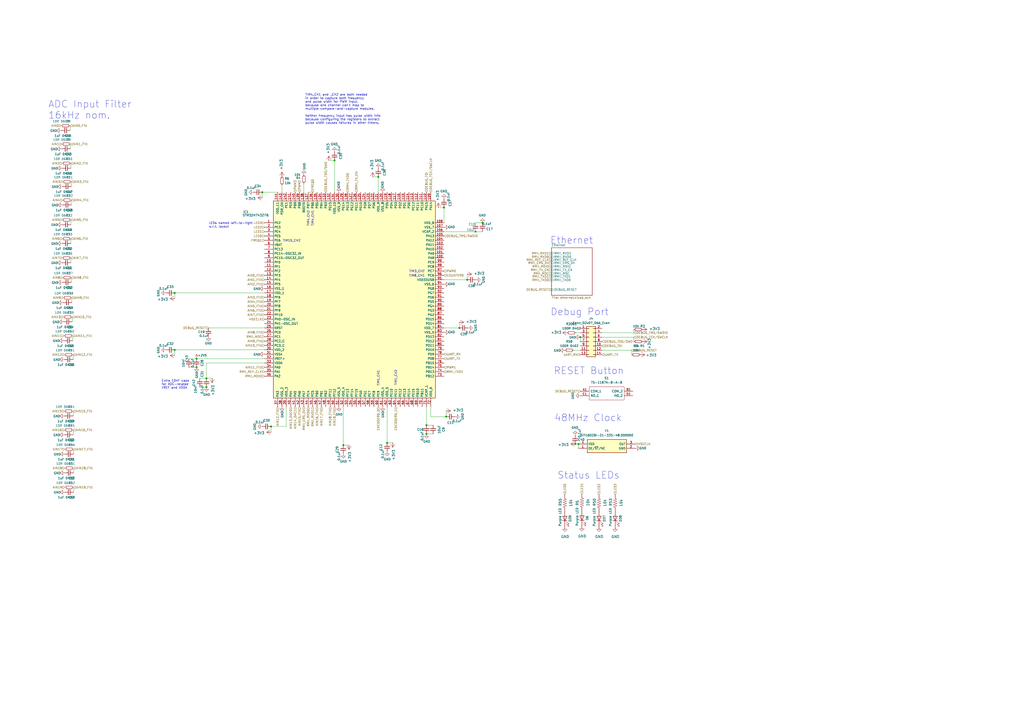
<source format=kicad_sch>
(kicad_sch (version 20231120) (generator "eeschema") (generator_version "8.0")
  (paper "A2")
  (junction (at 266.446 190.246))
  (junction (at 258.826 241.681))
  (junction (at 333.756 257.556))
  (junction (at 275.844 134.366))
  (junction (at 336.55 195.58))
  (junction (at 247.396 246.634))
  (junction (at 194.056 93.091))
  (junction (at 271.018 162.306))
  (junction (at 335.534 257.556))
  (junction (at 152.146 111.506))
  (junction (at 247.396 251.714))
  (junction (at 101.346 202.946))
  (junction (at 114.046 213.106))
  (junction (at 119.761 224.536))
  (junction (at 257.556 120.396))
  (junction (at 199.136 258.191))
  (junction (at 224.536 256.921))
  (junction (at 219.456 102.616))
  (junction (at 119.761 219.456))
  (junction (at 157.226 247.396))
  (junction (at 279.908 129.286))
  (junction (at 101.346 169.926))
  (junction (at 114.046 208.026))
  (wire (pts (xy 366.395 203.2) (xy 366.395 205.74)))
  (wire (pts (xy 161.036 111.506) (xy 152.146 111.506)))
  (wire (pts (xy 247.396 246.634) (xy 251.206 246.634)))
  (wire (pts (xy 367.665 191.135) (xy 367.665 193.04)))
  (wire (pts (xy 349.25 203.2) (xy 366.395 203.2)))
  (wire (pts (xy 257.556 162.306) (xy 271.018 162.306)))
  (wire (pts (xy 41.91 183.896) (xy 41.91 186.69)))
  (wire (pts (xy 367.665 195.58) (xy 367.665 198.12)))
  (wire (pts (xy 101.346 202.946) (xy 153.416 202.946)))
  (wire (pts (xy 42.672 282.702) (xy 42.672 285.496)))
  (wire (pts (xy 257.556 190.246) (xy 266.446 190.246)))
  (wire (pts (xy 247.396 235.966) (xy 247.396 246.634)))
  (wire (pts (xy 41.402 105.41) (xy 41.402 108.204)))
  (wire (pts (xy 40.64 72.898) (xy 40.64 75.692)))
  (wire (pts (xy 332.74 203.2) (xy 336.55 203.2)))
  (wire (pts (xy 349.25 193.04) (xy 367.665 193.04)))
  (wire (pts (xy 166.116 247.396) (xy 157.226 247.396)))
  (wire (pts (xy 42.418 238.506) (xy 42.418 241.3)))
  (wire (pts (xy 199.136 258.191) (xy 202.438 258.191)))
  (wire (pts (xy 41.402 161.036) (xy 41.402 163.83)))
  (wire (pts (xy 119.761 210.566) (xy 153.416 210.566)))
  (wire (pts (xy 42.418 249.428) (xy 42.418 252.222)))
  (wire (pts (xy 109.601 213.106) (xy 114.046 213.106)))
  (wire (pts (xy 271.018 162.306) (xy 271.018 159.004)))
  (wire (pts (xy 101.346 169.926) (xy 153.416 169.926)))
  (wire (pts (xy 41.148 127.508) (xy 41.148 130.302)))
  (wire (pts (xy 257.556 134.366) (xy 275.844 134.366)))
  (wire (pts (xy 42.164 194.818) (xy 42.164 197.612)))
  (wire (pts (xy 120.904 190.246) (xy 153.416 190.246)))
  (wire (pts (xy 41.148 94.742) (xy 41.148 97.536)))
  (wire (pts (xy 115.951 219.456) (xy 119.761 219.456)))
  (wire (pts (xy 266.446 190.246) (xy 266.446 186.944)))
  (wire (pts (xy 41.148 138.43) (xy 41.148 141.224)))
  (wire (pts (xy 152.146 111.506) (xy 152.146 114.808)))
  (wire (pts (xy 333.629 257.556) (xy 333.756 257.556)))
  (wire (pts (xy 163.576 107.442) (xy 163.576 111.506)))
  (wire (pts (xy 247.396 251.714) (xy 251.206 251.714)))
  (wire (pts (xy 333.756 257.556) (xy 335.534 257.556)))
  (wire (pts (xy 336.55 195.58) (xy 336.55 198.12)))
  (wire (pts (xy 119.761 210.566) (xy 119.761 219.456)))
  (wire (pts (xy 109.601 208.026) (xy 114.046 208.026)))
  (wire (pts (xy 101.346 169.926) (xy 101.346 173.228)))
  (wire (pts (xy 194.056 93.091) (xy 190.754 93.091)))
  (wire (pts (xy 249.936 235.966) (xy 249.936 241.681)))
  (wire (pts (xy 157.226 247.396) (xy 157.226 250.698)))
  (wire (pts (xy 279.908 134.366) (xy 275.844 134.366)))
  (wire (pts (xy 166.116 235.966) (xy 166.116 247.396)))
  (wire (pts (xy 199.136 235.966) (xy 199.136 258.191)))
  (wire (pts (xy 176.276 106.426) (xy 176.276 111.506)))
  (wire (pts (xy 101.346 202.946) (xy 101.346 206.248)))
  (wire (pts (xy 178.816 111.506) (xy 181.356 111.506)))
  (wire (pts (xy 279.908 129.286) (xy 275.844 129.286)))
  (wire (pts (xy 258.826 241.681) (xy 258.826 238.379)))
  (wire (pts (xy 249.936 241.681) (xy 258.826 241.681)))
  (wire (pts (xy 42.672 271.526) (xy 42.672 274.32)))
  (wire (pts (xy 115.951 224.536) (xy 119.761 224.536)))
  (wire (pts (xy 224.536 235.966) (xy 224.536 256.921)))
  (wire (pts (xy 219.456 102.616) (xy 216.154 102.616)))
  (wire (pts (xy 194.056 93.091) (xy 194.056 111.506)))
  (wire (pts (xy 42.672 260.604) (xy 42.672 263.398)))
  (wire (pts (xy 41.148 149.606) (xy 41.148 152.4)))
  (wire (pts (xy 42.418 205.74) (xy 42.418 208.534)))
  (wire (pts (xy 334.01 193.04) (xy 336.55 193.04)))
  (wire (pts (xy 119.761 219.456) (xy 123.063 219.456)))
  (wire (pts (xy 224.536 256.921) (xy 227.838 256.921)))
  (wire (pts (xy 257.556 129.286) (xy 257.556 120.396)))
  (wire (pts (xy 219.456 111.506) (xy 219.456 102.616)))
  (wire (pts (xy 335.534 257.556) (xy 335.534 260.096)))
  (wire (pts (xy 349.25 195.58) (xy 367.665 195.58)))
  (wire (pts (xy 40.894 83.566) (xy 40.894 86.36)))
  (wire (pts (xy 41.402 116.078) (xy 41.402 118.872)))
  (wire (pts (xy 114.046 208.026) (xy 153.416 208.026)))
  (wire (pts (xy 41.656 172.72) (xy 41.656 175.514)))
  (wire (pts (xy 257.556 120.396) (xy 254.254 120.396)))
  (text "LEDs named left-to-right\nw.r.t. layout" (at 121.158 132.334 0) (effects (font (size 1.27 1.27)) (justify left bottom)))
  (text "ADC Input Filter\n16kHz nom." (at 27.94 69.342 0) (effects (font (size 4 4)) (justify left bottom)))
  (text "TIM8_CH1" (at 241.808 160.02 0) (effects (font (size 1.27 1.27))))
  (text "Debug Port" (at 319.278 183.388 0) (effects (font (size 4 4)) (justify left bottom)))
  (text "TIM4_CH1" (at 181.356 126.746 90) (effects (font (size 1.27 1.27))))
  (text "TIM15_CH2" (at 169.164 139.7 0) (effects (font (size 1.27 1.27))))
  (text "TIM1_CH1" (at 219.456 219.456 90) (effects (font (size 1.27 1.27))))
  (text "Status LEDs" (at 323.342 278.13 0) (effects (font (size 4 4)) (justify left bottom)))
  (text "RESET Button" (at 321.183 217.551 0) (effects (font (size 4 4)) (justify left bottom)))
  (text "Ethernet" (at 319.151 141.859 0) (effects (font (size 4 4)) (justify left bottom)))
  (text "TIM3_CH?" (at 241.808 157.48 0) (effects (font (size 1.27 1.27))))
  (text "48MHz Clock" (at 321.564 244.856 0) (effects (font (size 4 4)) (justify left bottom)))
  (text "TIM1_CH2" (at 229.616 219.202 90) (effects (font (size 1.27 1.27))))
  (text "Extra 10nF caps\nfor ADC-related\nVREF and VDDA" (at 93.726 225.806 0) (effects (font (size 1.27 1.27)) (justify left bottom)))
  (text "TIM4_CH1 and _CH2 are both needed \nin order to capture both frequency\nand pulse width for PWM input,\nbecause one channel can't map to\nmultiple compare-and-capture modules.\n\nNeither frequency input has pulse width info\nbecause configuring the registers to extract\npulse width causes failures in other timers." (at 177.038 63.246 0) (effects (font (size 1.27 1.27)) (justify left)))
  (text "TIM4_CH2" (at 178.816 126.746 90) (effects (font (size 1.27 1.27))))
  (hierarchical_label "DEBUG_TMS{slash}SWDIO" (shape input) (at 367.665 193.04 0))
  (hierarchical_label "ENCODER0_1" (shape input) (at 229.616 235.966 270))
  (hierarchical_label "RMII_TX_EN" (shape input) (at 319.913 156.591 180))
  (hierarchical_label "AIN4" (shape input) (at 36.322 116.078 180))
  (hierarchical_label "PWM3" (shape input) (at 171.196 111.506 90))
  (hierarchical_label "AIN5_Filt" (shape input) (at 153.416 177.546 180))
  (hierarchical_label "AIN10_Filt" (shape input) (at 41.91 183.896 0))
  (hierarchical_label "AIN11_Filt" (shape input) (at 42.164 194.818 0))
  (hierarchical_label "DEBUG_RESET" (shape input) (at 366.395 203.2 0))
  (hierarchical_label "LED2" (shape input) (at 153.416 131.826 180))
  (hierarchical_label "AIN0_Filt" (shape input) (at 40.64 72.898 0))
  (hierarchical_label "AIN9_Filt" (shape input) (at 41.656 172.72 0))
  (hierarchical_label "RMII_REF_CLK" (shape input) (at 153.416 215.646 180))
  (hierarchical_label "AIN15_Filt" (shape input) (at 42.418 238.506 0))
  (hierarchical_label "AIN8" (shape input) (at 36.322 161.036 180))
  (hierarchical_label "DEBUG_TMS{slash}SWDIO" (shape input) (at 257.556 136.906 0))
  (hierarchical_label "LED1" (shape input) (at 153.416 134.366 180))
  (hierarchical_label "FREQ0" (shape input) (at 181.356 111.506 90))
  (hierarchical_label "AIN16_Filt" (shape input) (at 42.418 249.428 0))
  (hierarchical_label "AIN0_Filt" (shape input) (at 153.416 159.766 180))
  (hierarchical_label "DEBUG_TDO{slash}SWO" (shape input) (at 188.976 111.506 90))
  (hierarchical_label "RMII_TXD1" (shape input) (at 257.556 215.646 0))
  (hierarchical_label "AIN9" (shape input) (at 36.576 172.72 180))
  (hierarchical_label "DEBUG_RESET" (shape input) (at 319.913 168.021 180))
  (hierarchical_label "AIN5" (shape input) (at 36.068 127.508 180))
  (hierarchical_label "DEBUG_TDI" (shape input) (at 247.396 111.506 90))
  (hierarchical_label "RMII_TXD0" (shape input) (at 319.913 162.433 180))
  (hierarchical_label "LED3" (shape input) (at 153.416 129.286 180))
  (hierarchical_label "DEBUG_RESET" (shape input) (at 120.904 190.246 180))
  (hierarchical_label "AIN19_Filt" (shape input) (at 42.672 282.702 0))
  (hierarchical_label "RMII_RXD1" (shape input) (at 319.913 146.939 180))
  (hierarchical_label "RMII_CRS_DV" (shape input) (at 319.913 152.527 180))
  (hierarchical_label "COUNTER0" (shape input) (at 257.556 159.766 0))
  (hierarchical_label "AIN16_Filt" (shape input) (at 183.896 235.966 270))
  (hierarchical_label "FREQ1" (shape input) (at 153.416 139.446 180))
  (hierarchical_label "AIN19" (shape input) (at 37.592 282.702 180))
  (hierarchical_label "RMII_RXD0" (shape input) (at 178.816 235.966 270))
  (hierarchical_label "RMII_TXD0" (shape input) (at 201.676 111.506 90))
  (hierarchical_label "AIN17_Filt" (shape input) (at 186.436 235.966 270))
  (hierarchical_label "DEBUG_TDI" (shape input) (at 349.25 200.66 0))
  (hierarchical_label "LED0" (shape input) (at 327.66 286.766 90))
  (hierarchical_label "RMII_TX_EN" (shape input) (at 206.756 111.506 90))
  (hierarchical_label "AIN11_Filt" (shape input) (at 153.416 213.106 180))
  (hierarchical_label "AIN15_Filt" (shape input) (at 173.736 235.966 270))
  (hierarchical_label "PWM0" (shape input) (at 257.556 157.226 0))
  (hierarchical_label "AIN6_Filt" (shape input) (at 153.416 180.086 180))
  (hierarchical_label "LED3" (shape input) (at 356.87 286.766 90))
  (hierarchical_label "RMII_MDIO" (shape input) (at 319.913 154.559 180))
  (hierarchical_label "RMII_RXD1" (shape input) (at 181.356 235.966 270))
  (hierarchical_label "RMII_MDIO" (shape input) (at 153.416 218.186 180))
  (hierarchical_label "UART_RX" (shape input) (at 257.556 205.486 0))
  (hierarchical_label "AIN2" (shape input) (at 36.068 94.742 180))
  (hierarchical_label "PWM2" (shape input) (at 173.736 111.506 90))
  (hierarchical_label "RMII_RXD0" (shape input) (at 319.913 148.971 180))
  (hierarchical_label "AIN6_Filt" (shape input) (at 41.148 138.43 0))
  (hierarchical_label "AIN2_Filt" (shape input) (at 153.416 164.846 180))
  (hierarchical_label "UART_RX" (shape input) (at 336.55 205.74 180))
  (hierarchical_label "RMII_CRS_DV" (shape input) (at 176.276 235.966 270))
  (hierarchical_label "HSECLK" (shape input) (at 368.554 257.556 0))
  (hierarchical_label "AIN4_Filt" (shape input) (at 41.402 116.078 0))
  (hierarchical_label "AIN13_DAC0" (shape input) (at 168.656 235.966 270))
  (hierarchical_label "UART_TX" (shape input) (at 349.25 205.74 0))
  (hierarchical_label "AIN7" (shape input) (at 36.068 149.606 180))
  (hierarchical_label "RMII_MDC" (shape input) (at 319.913 158.623 180))
  (hierarchical_label "AIN8_Filt" (shape input) (at 41.402 161.036 0))
  (hierarchical_label "UART_TX" (shape input) (at 257.556 208.026 0))
  (hierarchical_label "AIN4_Filt" (shape input) (at 153.416 175.006 180))
  (hierarchical_label "DEBUG_TDO{slash}SWO" (shape input) (at 349.25 198.12 0))
  (hierarchical_label "LED0" (shape input) (at 153.416 136.906 180))
  (hierarchical_label "LED2" (shape input) (at 347.472 286.766 90))
  (hierarchical_label "AIN3_Filt" (shape input) (at 153.416 172.466 180))
  (hierarchical_label "DEBUG_TCK{slash}SWCLK" (shape input) (at 367.665 195.58 0))
  (hierarchical_label "AIN7_Filt" (shape input) (at 41.148 149.606 0))
  (hierarchical_label "AIN18_Filt" (shape input) (at 42.672 271.526 0))
  (hierarchical_label "LED1" (shape input) (at 337.566 286.512 90))
  (hierarchical_label "ENCODER0_0" (shape input) (at 219.456 235.966 270))
  (hierarchical_label "AIN0" (shape input) (at 35.56 72.898 180))
  (hierarchical_label "AIN19_Filt" (shape input) (at 194.056 235.966 270))
  (hierarchical_label "AIN7_Filt" (shape input) (at 153.416 182.626 180))
  (hierarchical_label "AIN1" (shape input) (at 35.814 83.566 180))
  (hierarchical_label "AIN1_Filt" (shape input) (at 153.416 162.306 180))
  (hierarchical_label "AIN12_Filt" (shape input) (at 42.418 205.74 0))
  (hierarchical_label "HSECLK" (shape input) (at 153.416 185.166 180))
  (hierarchical_label "AIN17_Filt" (shape input) (at 42.672 260.604 0))
  (hierarchical_label "AIN12_Filt" (shape input) (at 161.036 235.966 270))
  (hierarchical_label "AIN5_Filt" (shape input) (at 41.148 127.508 0))
  (hierarchical_label "AIN16" (shape input) (at 37.338 249.428 180))
  (hierarchical_label "RMII_REF_CLK" (shape input) (at 319.913 150.749 180))
  (hierarchical_label "AIN12" (shape input) (at 37.338 205.74 180))
  (hierarchical_label "AIN10" (shape input) (at 36.83 183.896 180))
  (hierarchical_label "RMII_MDC" (shape input) (at 153.416 195.326 180))
  (hierarchical_label "AIN3" (shape input) (at 36.322 105.41 180))
  (hierarchical_label "AIN17" (shape input) (at 37.592 260.604 180))
  (hierarchical_label "DEBUG_TCK{slash}SWCLK" (shape input) (at 249.936 111.506 90))
  (hierarchical_label "PWM1" (shape input) (at 257.556 213.106 0))
  (hierarchical_label "AIN6" (shape input) (at 36.068 138.43 180))
  (hierarchical_label "RMII_TXD1" (shape input) (at 319.913 160.401 180))
  (hierarchical_label "AIN10_Filt" (shape input) (at 153.416 200.406 180))
  (hierarchical_label "AIN1_Filt" (shape input) (at 40.894 83.566 0))
  (hierarchical_label "AIN14_DAC1" (shape input) (at 171.196 235.966 270))
  (hierarchical_label "AIN18_Filt" (shape input) (at 191.516 235.966 270))
  (hierarchical_label "AIN3_Filt" (shape input) (at 41.402 105.41 0))
  (hierarchical_label "DEBUG_RESET" (shape input) (at 336.677 226.949 180))
  (hierarchical_label "AIN15" (shape input) (at 37.338 238.506 180))
  (hierarchical_label "AIN8_Filt" (shape input) (at 153.416 192.786 180))
  (hierarchical_label "AIN11" (shape input) (at 37.084 194.818 180))
  (hierarchical_label "AIN18" (shape input) (at 37.592 271.526 180))
  (hierarchical_label "AIN2_Filt" (shape input) (at 41.148 94.742 0))
  (hierarchical_label "AIN9_Filt" (shape input) (at 153.416 197.866 180))
  (symbol (lib_id "power:GND") (at 114.046 213.106 0) (unit 1)
    (property "Reference" "#PWR034" (effects (hide yes)))
    (property "Value" "GND" (at 114.173 217.5002 90))
    (instances (project "stm32h7_base" (path "" (reference "#PWR034") (unit 1))) (project "simplicity_analog_1" (path "" (reference "#PWR06024") (unit 1))))
  )
  (symbol (lib_id "Device:C_Small") (at 219.456 100.076 0) (unit 1)
    (property "Reference" "C36" (at 223.012 100.076 90))
    (property "Value" "0.1uF" (at 221.996 96.266 90))
    (property "Footprint" "Capacitor_SMD:C_0402_1005Metric" (effects (hide yes)))
    (instances (project "stm32h7_base" (path "" (reference "C36") (unit 1))) (project "simplicity_analog_1" (path "" (reference "C6032") (unit 1))))
  )
  (symbol (lib_id "power:GND") (at 37.592 285.496 270) (unit 1)
    (property "Reference" "#PWR070" (effects (hide yes)))
    (property "Value" "GND" (at 33.1978 285.623 90))
    (instances (project "stm32h7_base" (path "" (reference "#PWR070") (unit 1))) (project "simplicity_analog_1" (path "" (reference "#PWR06020") (unit 1))))
  )
  (symbol (lib_id "Device:C_Small") (at 257.556 117.856 0) (unit 1)
    (property "Reference" "C37" (at 261.112 117.856 90))
    (property "Value" "0.1uF" (at 260.096 114.046 90))
    (property "Footprint" "Capacitor_SMD:C_0402_1005Metric" (effects (hide yes)))
    (instances (project "stm32h7_base" (path "" (reference "C37") (unit 1))) (project "simplicity_analog_1" (path "" (reference "C6036") (unit 1))))
  )
  (symbol (lib_id "Device:C_Small") (at 251.206 249.174 180) (unit 1)
    (property "Reference" "C9" (at 257.302 249.1676 90))
    (property "Value" "10uF" (at 254.762 249.1676 90))
    (property "Footprint" "Capacitor_SMD:C_0603_1608Metric" (effects (hide yes)))
    (instances (project "stm32h7_base" (path "" (reference "C9") (unit 1))) (project "simplicity_analog_1" (path "" (reference "C6035") (unit 1))))
  )
  (symbol (lib_id "EK-TM4C1294XL_REV_D-eagle-import:R-US_R0402") (at 347.472 291.846 90) (unit 1)
    (property "Reference" "R50" (at 345.694 293.624 0) (effects (font (size 1.4986 1.4986)) (justify left bottom)))
    (property "Value" "10k" (at 351.79 293.878 0) (effects (font (size 1.4986 1.4986)) (justify left bottom)))
    (property "Footprint" "Resistor_SMD:R_0402_1005Metric" (effects (hide yes)))
    (property "GNUM" "G11-R0402-3300-AAA" (effects (hide yes)))
    (property "LCSC" "C25744" (effects (hide yes)))
    (instances (project "stm32h7_base" (path "" (reference "R50") (unit 1))) (project "simplicity_analog_1" (path "" (reference "R6026") (unit 1))))
  )
  (symbol (lib_id "Device:R_Small") (at 368.935 205.74 270) (unit 1)
    (property "Reference" "R2" (at 368.935 200.66 90))
    (property "Value" "10k" (at 368.935 203.2 90))
    (property "Footprint" "Resistor_SMD:R_0402_1005Metric" (effects (hide yes)))
    (property "Description" "Resistor, small symbol" (effects (hide yes)))
    (property "LCSC" "C25744" (effects (hide yes)))
    (instances (project "stm32h7_base" (path "" (reference "R2") (unit 1))) (project "simplicity_analog_1" (path "" (reference "R6028") (unit 1))))
  )
  (symbol (lib_id "power:GND") (at 257.556 131.826 90) (unit 1)
    (property "Reference" "#PWR0107" (effects (hide yes)))
    (property "Value" "GND" (at 261.9502 131.699 90))
    (instances (project "stm32h7_base" (path "" (reference "#PWR0107") (unit 1))) (project "simplicity_analog_1" (path "" (reference "#PWR06043") (unit 1))))
  )
  (symbol (lib_id "EK-TM4C1294XL_REV_D-eagle-import:GND") (at 356.87 307.086 0) (mirror y) (unit 1)
    (property "Reference" "#SUPPLY06" (effects (hide yes)))
    (property "Value" "GND" (at 359.41 312.166 0) (effects (font (size 1.4986 1.4986)) (justify left bottom)))
    (instances (project "stm32h7_base" (path "" (reference "#SUPPLY06") (unit 1))) (project "simplicity_analog_1" (path "" (reference "#SUPPLY06004") (unit 1))))
  )
  (symbol (lib_id "Device:R_Small") (at 38.862 161.036 90) (unit 1)
    (property "Reference" "R37" (at 40.386 158.496 90))
    (property "Value" "10R 0603" (at 36.068 158.496 90))
    (property "Footprint" "Resistor_SMD:R_0603_1608Metric" (effects (hide yes)))
    (property "Description" "Resistor, small symbol" (effects (hide yes)))
    (property "LCSC" "C22859" (effects (hide yes)))
    (instances (project "stm32h7_base" (path "" (reference "R37") (unit 1))) (project "simplicity_analog_1" (path "" (reference "R6009") (unit 1))))
  )
  (symbol (lib_id "power:GND") (at 368.554 260.096 90) (unit 1)
    (property "Reference" "#PWR050" (effects (hide yes)))
    (property "Value" "GND" (at 372.9482 259.969 90))
    (instances (project "stm32h7_base" (path "" (reference "#PWR050") (unit 1))) (project "simplicity_analog_1" (path "" (reference "#PWR06054") (unit 1))))
  )
  (symbol (lib_id "EK-TM4C1294XL_REV_D-eagle-import:+3V3") (at 98.806 206.248 90) (mirror x) (unit 1)
    (property "Reference" "#+3V06" (effects (hide yes)))
    (property "Value" "+3V3" (at 97.536 207.518 90) (effects (font (size 1.4986 1.4986)) (justify left bottom)))
    (instances (project "stm32h7_base" (path "" (reference "#+3V06") (unit 1))) (project "simplicity_analog_1" (path "" (reference "#+3V06002") (unit 1))))
  )
  (symbol (lib_id "Device:LED") (at 327.66 300.736 90) (unit 1)
    (property "Reference" "D39" (at 330.708 300.736 0))
    (property "Value" "Purple LED" (at 324.866 299.974 0))
    (property "Footprint" "LED_SMD:LED_0603_1608Metric" (effects (hide yes)))
    (property "LCSC" "C7371898" (effects (hide yes)))
    (instances (project "stm32h7_base" (path "" (reference "D39") (unit 1))) (project "simplicity_analog_1" (path "" (reference "D6001") (unit 1))))
  )
  (symbol (lib_id "EK-TM4C1294XL_REV_D-eagle-import:+3V3") (at 98.806 173.228 90) (mirror x) (unit 1)
    (property "Reference" "#+3V07" (effects (hide yes)))
    (property "Value" "+3V3" (at 97.536 174.498 90) (effects (font (size 1.4986 1.4986)) (justify left bottom)))
    (instances (project "stm32h7_base" (path "" (reference "#+3V07") (unit 1))) (project "simplicity_analog_1" (path "" (reference "#+3V06001") (unit 1))))
  )
  (symbol (lib_id "Device:C_Small") (at 39.116 175.514 270) (unit 1)
    (property "Reference" "C53" (at 38.608 178.562 90) (effects (justify left)))
    (property "Value" "1uF 0402" (at 32.512 178.562 90) (effects (justify left)))
    (property "Footprint" "Capacitor_SMD:C_0402_1005Metric" (effects (hide yes)))
    (property "LCSC" "C52923" (effects (hide yes)))
    (instances (project "stm32h7_base" (path "" (reference "C53") (unit 1))) (project "simplicity_analog_1" (path "" (reference "C6010") (unit 1))))
  )
  (symbol (lib_id "power:GND") (at 36.068 141.224 270) (unit 1)
    (property "Reference" "#PWR057" (effects (hide yes)))
    (property "Value" "GND" (at 31.6738 141.351 90))
    (instances (project "stm32h7_base" (path "" (reference "#PWR057") (unit 1))) (project "simplicity_analog_1" (path "" (reference "#PWR0154") (unit 1))))
  )
  (symbol (lib_id "power:GND") (at 36.322 163.83 270) (unit 1)
    (property "Reference" "#PWR059" (effects (hide yes)))
    (property "Value" "GND" (at 31.9278 163.957 90))
    (instances (project "stm32h7_base" (path "" (reference "#PWR059") (unit 1))) (project "simplicity_analog_1" (path "" (reference "#PWR06009") (unit 1))))
  )
  (symbol (lib_id "Device:R_Small") (at 38.608 149.606 90) (unit 1)
    (property "Reference" "R36" (at 40.132 147.066 90))
    (property "Value" "10R 0603" (at 35.814 147.066 90))
    (property "Footprint" "Resistor_SMD:R_0603_1608Metric" (effects (hide yes)))
    (property "Description" "Resistor, small symbol" (effects (hide yes)))
    (property "LCSC" "C22859" (effects (hide yes)))
    (instances (project "stm32h7_base" (path "" (reference "R36") (unit 1))) (project "simplicity_analog_1" (path "" (reference "R6006") (unit 1))))
  )
  (symbol (lib_id "Device:C_Small") (at 40.132 263.398 270) (unit 1)
    (property "Reference" "C61" (at 39.624 266.446 90) (effects (justify left)))
    (property "Value" "1uF 0402" (at 33.528 266.446 90) (effects (justify left)))
    (property "Footprint" "Capacitor_SMD:C_0402_1005Metric" (effects (hide yes)))
    (property "LCSC" "C52923" (effects (hide yes)))
    (instances (project "stm32h7_base" (path "" (reference "C61") (unit 1))) (project "simplicity_analog_1" (path "" (reference "C6018") (unit 1))))
  )
  (symbol (lib_id "power:GND") (at 36.322 118.872 270) (unit 1)
    (property "Reference" "#PWR055" (effects (hide yes)))
    (property "Value" "GND" (at 31.9278 118.999 90))
    (instances (project "stm32h7_base" (path "" (reference "#PWR055") (unit 1))) (project "simplicity_analog_1" (path "" (reference "#PWR0155") (unit 1))))
  )
  (symbol (lib_id "power:GND") (at 224.536 262.001 0) (unit 1)
    (property "Reference" "#PWR037" (effects (hide yes)))
    (property "Value" "GND" (at 224.663 266.3952 0))
    (instances (project "stm32h7_base" (path "" (reference "#PWR037") (unit 1))) (project "simplicity_analog_1" (path "" (reference "#PWR06040") (unit 1))))
  )
  (symbol (lib_id "power:GND") (at 96.266 202.946 270) (unit 1)
    (property "Reference" "#PWR041" (effects (hide yes)))
    (property "Value" "GND" (at 91.8718 203.073 0))
    (instances (project "stm32h7_base" (path "" (reference "#PWR041") (unit 1))) (project "simplicity_analog_1" (path "" (reference "#PWR06022") (unit 1))))
  )
  (symbol (lib_id "Device:C_Small") (at 39.878 241.3 270) (unit 1)
    (property "Reference" "C59" (at 39.37 244.348 90) (effects (justify left)))
    (property "Value" "1uF 0402" (at 33.274 244.348 90) (effects (justify left)))
    (property "Footprint" "Capacitor_SMD:C_0402_1005Metric" (effects (hide yes)))
    (property "LCSC" "C52923" (effects (hide yes)))
    (instances (project "stm32h7_base" (path "" (reference "C59") (unit 1))) (project "simplicity_analog_1" (path "" (reference "C6016") (unit 1))))
  )
  (symbol (lib_id "Device:LED") (at 337.566 300.482 90) (unit 1)
    (property "Reference" "D6" (at 340.614 300.482 0))
    (property "Value" "Purple LED" (at 334.772 299.72 0))
    (property "Footprint" "LED_SMD:LED_0603_1608Metric" (effects (hide yes)))
    (property "LCSC" "C7371898" (effects (hide yes)))
    (instances (project "stm32h7_base" (path "" (reference "D6") (unit 1))) (project "simplicity_analog_1" (path "" (reference "D6002") (unit 1))))
  )
  (symbol (lib_id "EK-TM4C1294XL_REV_D-eagle-import:+3V3") (at 261.366 238.379 270) (mirror x) (unit 1)
    (property "Reference" "#+3V011" (effects (hide yes)))
    (property "Value" "+3V3" (at 262.636 237.109 90) (effects (font (size 1.4986 1.4986)) (justify left bottom)))
    (instances (project "stm32h7_base" (path "" (reference "#+3V011") (unit 1))) (project "simplicity_analog_1" (path "" (reference "#+3V06012") (unit 1))))
  )
  (symbol (lib_id "power:GND") (at 196.596 111.506 180) (unit 1)
    (property "Reference" "#PWR014" (effects (hide yes)))
    (property "Value" "GND" (at 196.469 107.1118 90))
    (instances (project "stm32h7_base" (path "" (reference "#PWR014") (unit 1))) (project "simplicity_analog_1" (path "" (reference "#PWR06034") (unit 1))))
  )
  (symbol (lib_id "power:GND") (at 263.906 241.681 90) (unit 1)
    (property "Reference" "#PWR036" (effects (hide yes)))
    (property "Value" "GND" (at 268.3002 241.554 0))
    (instances (project "stm32h7_base" (path "" (reference "#PWR036") (unit 1))) (project "simplicity_analog_1" (path "" (reference "#PWR06046") (unit 1))))
  )
  (symbol (lib_id "Device:C_Small") (at 39.878 208.534 270) (unit 1)
    (property "Reference" "C56" (at 39.37 211.582 90) (effects (justify left)))
    (property "Value" "1uF 0402" (at 33.274 211.582 90) (effects (justify left)))
    (property "Footprint" "Capacitor_SMD:C_0402_1005Metric" (effects (hide yes)))
    (property "LCSC" "C52923" (effects (hide yes)))
    (instances (project "stm32h7_base" (path "" (reference "C56") (unit 1))) (project "simplicity_analog_1" (path "" (reference "C6013") (unit 1))))
  )
  (symbol (lib_id "Device:C_Small") (at 268.986 190.246 270) (unit 1)
    (property "Reference" "C39" (at 268.986 193.802 90))
    (property "Value" "0.1uF" (at 272.796 192.786 90))
    (property "Footprint" "Capacitor_SMD:C_0402_1005Metric" (effects (hide yes)))
    (instances (project "stm32h7_base" (path "" (reference "C39") (unit 1))) (project "simplicity_analog_1" (path "" (reference "C6039") (unit 1))))
  )
  (symbol (lib_id "Device:C_Small") (at 98.806 169.926 90) (unit 1)
    (property "Reference" "C33" (at 98.806 166.37 90))
    (property "Value" "0.1uF" (at 94.996 167.386 90))
    (property "Footprint" "Capacitor_SMD:C_0402_1005Metric" (effects (hide yes)))
    (instances (project "stm32h7_base" (path "" (reference "C33") (unit 1))) (project "simplicity_analog_1" (path "" (reference "C6021") (unit 1))))
  )
  (symbol (lib_id "Device:C_Small") (at 194.056 90.551 0) (unit 1)
    (property "Reference" "C35" (at 197.612 90.551 90))
    (property "Value" "0.1uF" (at 196.596 86.741 90))
    (property "Footprint" "Capacitor_SMD:C_0402_1005Metric" (effects (hide yes)))
    (instances (project "stm32h7_base" (path "" (reference "C35") (unit 1))) (project "simplicity_analog_1" (path "" (reference "C6030") (unit 1))))
  )
  (symbol (lib_id "Device:C_Small") (at 38.862 108.204 270) (unit 1)
    (property "Reference" "C47" (at 38.354 111.252 90) (effects (justify left)))
    (property "Value" "1uF 0402" (at 32.258 111.252 90) (effects (justify left)))
    (property "Footprint" "Capacitor_SMD:C_0402_1005Metric" (effects (hide yes)))
    (property "LCSC" "C52923" (effects (hide yes)))
    (instances (project "stm32h7_base" (path "" (reference "C47") (unit 1))) (project "simplicity_analog_1" (path "" (reference "C6007") (unit 1))))
  )
  (symbol (lib_id "EK-TM4C1294XL_REV_D-eagle-import:+3V3") (at 154.686 250.698 90) (mirror x) (unit 1)
    (property "Reference" "#+3V09" (effects (hide yes)))
    (property "Value" "+3V3" (at 153.416 251.968 90) (effects (font (size 1.4986 1.4986)) (justify left bottom)))
    (instances (project "stm32h7_base" (path "" (reference "#+3V09") (unit 1))) (project "simplicity_analog_1" (path "" (reference "#+3V06005") (unit 1))))
  )
  (symbol (lib_id "Device:C_Small") (at 199.136 260.731 180) (unit 1)
    (property "Reference" "C29" (at 195.58 260.731 90))
    (property "Value" "0.1uF" (at 196.596 264.541 90))
    (property "Footprint" "Capacitor_SMD:C_0402_1005Metric" (effects (hide yes)))
    (instances (project "stm32h7_base" (path "" (reference "C29") (unit 1))) (project "simplicity_analog_1" (path "" (reference "C6031") (unit 1))))
  )
  (symbol (lib_id "EK-TM4C1294XL_REV_D-eagle-import:+3V3") (at 375.285 191.135 270) (mirror x) (unit 1)
    (property "Reference" "#+3V0103" (effects (hide yes)))
    (property "Value" "+3V3" (at 376.555 189.865 90) (effects (font (size 1.4986 1.4986)) (justify left bottom)))
    (instances (project "stm32h7_base" (path "" (reference "#+3V0103") (unit 1))) (project "simplicity_analog_1" (path "" (reference "#+3V06018") (unit 1))))
  )
  (symbol (lib_id "power:GND") (at 119.761 224.536 0) (unit 1)
    (property "Reference" "#PWR040" (effects (hide yes)))
    (property "Value" "GND" (at 119.888 228.9302 0))
    (instances (project "stm32h7_base" (path "" (reference "#PWR040") (unit 1))) (project "simplicity_analog_1" (path "" (reference "#PWR06025") (unit 1))))
  )
  (symbol (lib_id "power:GND") (at 152.146 247.396 270) (unit 1)
    (property "Reference" "#PWR039" (effects (hide yes)))
    (property "Value" "GND" (at 147.7518 247.523 0))
    (instances (project "stm32h7_base" (path "" (reference "#PWR039") (unit 1))) (project "simplicity_analog_1" (path "" (reference "#PWR06028") (unit 1))))
  )
  (symbol (lib_id "EK-TM4C1294XL_REV_D-eagle-import:+3V3") (at 202.438 260.731 0) (mirror x) (unit 1)
    (property "Reference" "#+3V010" (effects (hide yes)))
    (property "Value" "+3V3" (at 203.708 262.001 90) (effects (font (size 1.4986 1.4986)) (justify left bottom)))
    (instances (project "stm32h7_base" (path "" (reference "#+3V010") (unit 1))) (project "simplicity_analog_1" (path "" (reference "#+3V06008") (unit 1))))
  )
  (symbol (lib_id "EK-TM4C1294XL_REV_D-eagle-import:GND") (at 327.66 307.086 0) (mirror y) (unit 1)
    (property "Reference" "#SUPPLY05" (effects (hide yes)))
    (property "Value" "GND" (at 330.2 312.166 0) (effects (font (size 1.4986 1.4986)) (justify left bottom)))
    (instances (project "stm32h7_base" (path "" (reference "#SUPPLY05") (unit 1))) (project "simplicity_analog_1" (path "" (reference "#SUPPLY06001") (unit 1))))
  )
  (symbol (lib_id "EK-TM4C1294XL_REV_D-eagle-import:GND") (at 337.566 306.832 0) (mirror y) (unit 1)
    (property "Reference" "#SUPPLY01" (effects (hide yes)))
    (property "Value" "GND" (at 340.106 311.912 0) (effects (font (size 1.4986 1.4986)) (justify left bottom)))
    (instances (project "stm32h7_base" (path "" (reference "#SUPPLY01") (unit 1))) (project "simplicity_analog_1" (path "" (reference "#SUPPLY06002") (unit 1))))
  )
  (symbol (lib_id "Device:C_Small") (at 39.878 252.222 270) (unit 1)
    (property "Reference" "C60" (at 39.37 255.27 90) (effects (justify left)))
    (property "Value" "1uF 0402" (at 33.274 255.27 90) (effects (justify left)))
    (property "Footprint" "Capacitor_SMD:C_0402_1005Metric" (effects (hide yes)))
    (property "LCSC" "C52923" (effects (hide yes)))
    (instances (project "stm32h7_base" (path "" (reference "C60") (unit 1))) (project "simplicity_analog_1" (path "" (reference "C6017") (unit 1))))
  )
  (symbol (lib_id "EK-TM4C1294XL_REV_D-eagle-import:+3V3") (at 375.285 198.12 270) (mirror x) (unit 1)
    (property "Reference" "#+3V0101" (effects (hide yes)))
    (property "Value" "+3V3" (at 375.793 202.438 0) (effects (font (size 1.4986 1.4986)) (justify left bottom)))
    (instances (project "stm32h7_base" (path "" (reference "#+3V0101") (unit 1))) (project "simplicity_analog_1" (path "" (reference "#+3V06019") (unit 1))))
  )
  (symbol (lib_id "Device:R_Small") (at 40.132 282.702 90) (unit 1)
    (property "Reference" "R52" (at 41.656 280.162 90))
    (property "Value" "10R 0603" (at 37.338 280.162 90))
    (property "Footprint" "Resistor_SMD:R_0603_1608Metric" (effects (hide yes)))
    (property "Description" "Resistor, small symbol" (effects (hide yes)))
    (property "LCSC" "C22859" (effects (hide yes)))
    (instances (project "stm32h7_base" (path "" (reference "R52") (unit 1))) (project "simplicity_analog_1" (path "" (reference "R6020") (unit 1))))
  )
  (symbol (lib_id "power:GND") (at 199.136 263.271 0) (unit 1)
    (property "Reference" "#PWR038" (effects (hide yes)))
    (property "Value" "GND" (at 199.263 267.6652 0))
    (instances (project "stm32h7_base" (path "" (reference "#PWR038") (unit 1))) (project "simplicity_analog_1" (path "" (reference "#PWR06036") (unit 1))))
  )
  (symbol (lib_id "power:GND") (at 196.596 235.966 0) (unit 1)
    (property "Reference" "#PWR05" (effects (hide yes)))
    (property "Value" "GND" (at 196.723 240.3602 0))
    (instances (project "stm32h7_base" (path "" (reference "#PWR05") (unit 1))) (project "simplicity_analog_1" (path "" (reference "#PWR06035") (unit 1))))
  )
  (symbol (lib_id "power:GND") (at 219.456 97.536 180) (unit 1)
    (property "Reference" "#PWR045" (effects (hide yes)))
    (property "Value" "GND" (at 219.329 93.1418 0))
    (instances (project "stm32h7_base" (path "" (reference "#PWR045") (unit 1))) (project "simplicity_analog_1" (path "" (reference "#PWR06037") (unit 1))))
  )
  (symbol (lib_id "EK-TM4C1294XL_REV_D-eagle-import:+3V3") (at 374.015 205.74 270) (mirror x) (unit 1)
    (property "Reference" "#+3V0102" (effects (hide yes)))
    (property "Value" "+3V3" (at 374.65 205.105 90) (effects (font (size 1.4986 1.4986)) (justify left bottom)))
    (instances (project "stm32h7_base" (path "" (reference "#+3V0102") (unit 1))) (project "simplicity_analog_1" (path "" (reference "#+3V06017") (unit 1))))
  )
  (symbol (lib_id "Device:R_Small") (at 39.878 205.74 90) (unit 1)
    (property "Reference" "R41" (at 41.402 203.2 90))
    (property "Value" "10R 0603" (at 37.084 203.2 90))
    (property "Footprint" "Resistor_SMD:R_0603_1608Metric" (effects (hide yes)))
    (property "Description" "Resistor, small symbol" (effects (hide yes)))
    (property "LCSC" "C22859" (effects (hide yes)))
    (instances (project "stm32h7_base" (path "" (reference "R41") (unit 1))) (project "simplicity_analog_1" (path "" (reference "R6013") (unit 1))))
  )
  (symbol (lib_id "power:GND") (at 36.068 97.536 270) (unit 1)
    (property "Reference" "#PWR053" (effects (hide yes)))
    (property "Value" "GND" (at 31.6738 97.663 90))
    (instances (project "stm32h7_base" (path "" (reference "#PWR053") (unit 1))) (project "simplicity_analog_1" (path "" (reference "#PWR06003") (unit 1))))
  )
  (symbol (lib_id "Device:C_Small") (at 247.396 249.174 180) (unit 1)
    (property "Reference" "C18" (at 243.84 249.174 0))
    (property "Value" "0.1uF" (at 244.856 252.984 90))
    (property "Footprint" "Capacitor_SMD:C_0402_1005Metric" (effects (hide yes)))
    (instances (project "stm32h7_base" (path "" (reference "C18") (unit 1))) (project "simplicity_analog_1" (path "" (reference "C6034") (unit 1))))
  )
  (symbol (lib_id "power:GND") (at 36.068 152.4 270) (unit 1)
    (property "Reference" "#PWR058" (effects (hide yes)))
    (property "Value" "GND" (at 31.6738 152.527 90))
    (instances (project "stm32h7_base" (path "" (reference "#PWR058") (unit 1))) (project "simplicity_analog_1" (path "" (reference "#PWR0152") (unit 1))))
  )
  (symbol (lib_id "Device:LED") (at 347.472 300.736 90) (unit 1)
    (property "Reference" "D37" (at 350.52 300.736 0))
    (property "Value" "Purple LED" (at 344.678 299.974 0))
    (property "Footprint" "LED_SMD:LED_0603_1608Metric" (effects (hide yes)))
    (property "LCSC" "C7371898" (effects (hide yes)))
    (instances (project "stm32h7_base" (path "" (reference "D37") (unit 1))) (project "simplicity_analog_1" (path "" (reference "D6003") (unit 1))))
  )
  (symbol (lib_id "power:GND") (at 37.592 263.398 270) (unit 1)
    (property "Reference" "#PWR068" (effects (hide yes)))
    (property "Value" "GND" (at 33.1978 263.525 90))
    (instances (project "stm32h7_base" (path "" (reference "#PWR068") (unit 1))) (project "simplicity_analog_1" (path "" (reference "#PWR06018") (unit 1))))
  )
  (symbol (lib_id "Device:C_Small") (at 38.862 118.872 270) (unit 1)
    (property "Reference" "C48" (at 38.354 121.92 90) (effects (justify left)))
    (property "Value" "1uF 0402" (at 32.258 121.92 90) (effects (justify left)))
    (property "Footprint" "Capacitor_SMD:C_0402_1005Metric" (effects (hide yes)))
    (property "LCSC" "C52923" (effects (hide yes)))
    (instances (project "stm32h7_base" (path "" (reference "C48") (unit 1))) (project "simplicity_analog_1" (path "" (reference "C6008") (unit 1))))
  )
  (symbol (lib_id "Device:R_Small") (at 39.624 194.818 90) (unit 1)
    (property "Reference" "R40" (at 41.148 192.278 90))
    (property "Value" "10R 0603" (at 36.83 192.278 90))
    (property "Footprint" "Resistor_SMD:R_0603_1608Metric" (effects (hide yes)))
    (property "Description" "Resistor, small symbol" (effects (hide yes)))
    (property "LCSC" "C22859" (effects (hide yes)))
    (instances (project "stm32h7_base" (path "" (reference "R40") (unit 1))) (project "simplicity_analog_1" (path "" (reference "R6012") (unit 1))))
  )
  (symbol (lib_id "EK-TM4C1294XL_REV_D-eagle-import:+3V3") (at 326.39 193.04 90) (mirror x) (unit 1)
    (property "Reference" "#+3V014" (effects (hide yes)))
    (property "Value" "+3V3" (at 325.755 193.675 90) (effects (font (size 1.4986 1.4986)) (justify left bottom)))
    (instances (project "stm32h7_base" (path "" (reference "#+3V014") (unit 1))) (project "simplicity_analog_1" (path "" (reference "#+3V06016") (unit 1))))
  )
  (symbol (lib_id "Device:R_Small") (at 39.116 172.72 90) (unit 1)
    (property "Reference" "R38" (at 40.64 170.18 90))
    (property "Value" "10R 0603" (at 36.322 170.18 90))
    (property "Footprint" "Resistor_SMD:R_0603_1608Metric" (effects (hide yes)))
    (property "Description" "Resistor, small symbol" (effects (hide yes)))
    (property "LCSC" "C22859" (effects (hide yes)))
    (instances (project "stm32h7_base" (path "" (reference "R38") (unit 1))) (project "simplicity_analog_1" (path "" (reference "R6010") (unit 1))))
  )
  (symbol (lib_id "power:GND") (at 276.098 162.306 90) (unit 1)
    (property "Reference" "#PWR047" (effects (hide yes)))
    (property "Value" "GND" (at 280.4922 162.179 0))
    (instances (project "stm32h7_base" (path "" (reference "#PWR047") (unit 1))) (project "simplicity_analog_1" (path "" (reference "#PWR06047") (unit 1))))
  )
  (symbol (lib_id "power:GND") (at 257.556 115.316 180) (unit 1)
    (property "Reference" "#PWR046" (effects (hide yes)))
    (property "Value" "GND" (at 257.429 110.9218 0))
    (instances (project "stm32h7_base" (path "" (reference "#PWR046") (unit 1))) (project "simplicity_analog_1" (path "" (reference "#PWR06042") (unit 1))))
  )
  (symbol (lib_id "power:GND") (at 37.338 208.534 270) (unit 1)
    (property "Reference" "#PWR063" (effects (hide yes)))
    (property "Value" "GND" (at 32.9438 208.661 90))
    (instances (project "stm32h7_base" (path "" (reference "#PWR063") (unit 1))) (project "simplicity_analog_1" (path "" (reference "#PWR06013") (unit 1))))
  )
  (symbol (lib_id "Device:C_Small") (at 38.1 75.692 270) (unit 1)
    (property "Reference" "C44" (at 37.592 78.74 90) (effects (justify left)))
    (property "Value" "1uF 0402" (at 31.496 78.74 90) (effects (justify left)))
    (property "Footprint" "Capacitor_SMD:C_0402_1005Metric" (effects (hide yes)))
    (property "LCSC" "C52923" (effects (hide yes)))
    (instances (project "stm32h7_base" (path "" (reference "C44") (unit 1))) (project "simplicity_analog_1" (path "" (reference "C6001") (unit 1))))
  )
  (symbol (lib_id "Device:R_Small") (at 39.878 238.506 90) (unit 1)
    (property "Reference" "R44" (at 41.402 235.966 90))
    (property "Value" "10R 0603" (at 37.084 235.966 90))
    (property "Footprint" "Resistor_SMD:R_0603_1608Metric" (effects (hide yes)))
    (property "Description" "Resistor, small symbol" (effects (hide yes)))
    (property "LCSC" "C22859" (effects (hide yes)))
    (instances (project "stm32h7_base" (path "" (reference "R44") (unit 1))) (project "simplicity_analog_1" (path "" (reference "R6016") (unit 1))))
  )
  (symbol (lib_id "aaa:TS-1187A-B-A-B") (at 336.677 226.949 0) (unit 1)
    (property "Reference" "S1" (at 351.917 219.329 0))
    (property "Value" "TS-1187A-B-A-B" (at 351.917 221.869 0))
    (property "Footprint" "TS1187ABAB" (effects (hide yes)))
    (property "Datasheet" "http://www.helloxkb.com/public/images/pdf/TS-1187A-X-X-X.pdf" (effects (hide yes)))
    (property "Description" "tact switch 4x4X1.5 patch 160GF metal head waterproof" (effects (hide yes)))
    (property "Height" "4.05" (effects (hide yes)))
    (property "Manufacturer_Name" "XKB Connectivity" (effects (hide yes)))
    (property "Manufacturer_Part_Number" "TS-1187A-B-A-B" (effects (hide yes)))
    (property "LCSC" "C318884" (effects (hide yes)))
    (instances (project "stm32h7_base" (path "" (reference "S1") (unit 1))) (project "simplicity_analog_1" (path "" (reference "S6001") (unit 1))))
  )
  (symbol (lib_id "Device:C_Small") (at 154.686 247.396 90) (unit 1)
    (property "Reference" "C30" (at 154.686 243.84 90))
    (property "Value" "0.1uF" (at 150.876 244.856 90))
    (property "Footprint" "Capacitor_SMD:C_0402_1005Metric" (effects (hide yes)))
    (instances (project "stm32h7_base" (path "" (reference "C30") (unit 1))) (project "simplicity_analog_1" (path "" (reference "C6029") (unit 1))))
  )
  (symbol (lib_id "power:GND") (at 36.576 175.514 270) (unit 1)
    (property "Reference" "#PWR060" (effects (hide yes)))
    (property "Value" "GND" (at 32.1818 175.641 90))
    (instances (project "stm32h7_base" (path "" (reference "#PWR060") (unit 1))) (project "simplicity_analog_1" (path "" (reference "#PWR0153") (unit 1))))
  )
  (symbol (lib_id "Device:R_Small") (at 38.354 83.566 90) (unit 1)
    (property "Reference" "R9" (at 39.878 81.026 90))
    (property "Value" "10R 0603" (at 35.56 81.026 90))
    (property "Footprint" "Resistor_SMD:R_0603_1608Metric" (effects (hide yes)))
    (property "Description" "Resistor, small symbol" (effects (hide yes)))
    (property "LCSC" "C22859" (effects (hide yes)))
    (instances (project "stm32h7_base" (path "" (reference "R9") (unit 1))) (project "simplicity_analog_1" (path "" (reference "R6002") (unit 1))))
  )
  (symbol (lib_id "power:GND") (at 37.338 252.222 270) (unit 1)
    (property "Reference" "#PWR067" (effects (hide yes)))
    (property "Value" "GND" (at 32.9438 252.349 90))
    (instances (project "stm32h7_base" (path "" (reference "#PWR067") (unit 1))) (project "simplicity_analog_1" (path "" (reference "#PWR06017") (unit 1))))
  )
  (symbol (lib_id "Device:R_Small") (at 163.576 104.902 0) (unit 1)
    (property "Reference" "R6" (at 165.1 103.6319 0) (effects (justify left)))
    (property "Value" "10k" (at 165.1 106.1719 0) (effects (justify left)))
    (property "Footprint" "Resistor_SMD:R_0402_1005Metric" (effects (hide yes)))
    (property "Description" "Resistor, small symbol" (effects (hide yes)))
    (property "LCSC" "C25744" (effects (hide yes)))
    (instances (project "stm32h7_base" (path "" (reference "R6") (unit 1))) (project "simplicity_analog_1" (path "" (reference "R6021") (unit 1))))
  )
  (symbol (lib_id "power:GND") (at 153.416 205.486 270) (unit 1)
    (property "Reference" "#PWR013" (effects (hide yes)))
    (property "Value" "GND" (at 149.0218 205.613 90))
    (instances (project "stm32h7_base" (path "" (reference "#PWR013") (unit 1))) (project "simplicity_analog_1" (path "" (reference "#PWR06030") (unit 1))))
  )
  (symbol (lib_id "EK-TM4C1294XL_REV_D-eagle-import:+3V3") (at 268.986 186.944 270) (mirror x) (unit 1)
    (property "Reference" "#+3V012" (effects (hide yes)))
    (property "Value" "+3V3" (at 270.256 185.674 90) (effects (font (size 1.4986 1.4986)) (justify left bottom)))
    (instances (project "stm32h7_base" (path "" (reference "#+3V012") (unit 1))) (project "simplicity_analog_1" (path "" (reference "#+3V06014") (unit 1))))
  )
  (symbol (lib_id "Device:C_Small") (at 39.37 186.69 270) (unit 1)
    (property "Reference" "C54" (at 38.862 189.738 90) (effects (justify left)))
    (property "Value" "1uF 0402" (at 32.766 189.738 90) (effects (justify left)))
    (property "Footprint" "Capacitor_SMD:C_0402_1005Metric" (effects (hide yes)))
    (property "LCSC" "C52923" (effects (hide yes)))
    (instances (project "stm32h7_base" (path "" (reference "C54") (unit 1))) (project "simplicity_analog_1" (path "" (reference "C6011") (unit 1))))
  )
  (symbol (lib_id "Device:C_Small") (at 224.536 259.461 180) (unit 1)
    (property "Reference" "C12" (at 220.98 259.461 90))
    (property "Value" "0.1uF" (at 221.996 263.271 90))
    (property "Footprint" "Capacitor_SMD:C_0402_1005Metric" (effects (hide yes)))
    (instances (project "stm32h7_base" (path "" (reference "C12") (unit 1))) (project "simplicity_analog_1" (path "" (reference "C6033") (unit 1))))
  )
  (symbol (lib_id "power:GND") (at 221.996 111.506 180) (unit 1)
    (property "Reference" "#PWR015" (effects (hide yes)))
    (property "Value" "GND" (at 221.869 107.1118 90))
    (instances (project "stm32h7_base" (path "" (reference "#PWR015") (unit 1))) (project "simplicity_analog_1" (path "" (reference "#PWR06038") (unit 1))))
  )
  (symbol (lib_id "aaa:SiT1602AI-82-33E-48.000000") (at 335.534 257.556 0) (unit 1)
    (property "Reference" "Y1" (at 352.044 249.936 0))
    (property "Value" "SiT1602BI-21-33S-48.000000" (at 352.044 252.476 0))
    (property "Footprint" "Crystal:Crystal_SMD_3225-4Pin_3.2x2.5mm" (effects (hide yes)))
    (property "Datasheet" "https://www.sitime.com/support/resource-library/datasheets/sit1602-datasheet" (effects (hide yes)))
    (property "Manufacturer_Name" "SiTime" (effects (hide yes)))
    (property "Manufacturer_Part_Number" "SiT1602AI-82-33E-48.000000" (effects (hide yes)))
    (property "LCSC" "C1198900" (effects (hide yes)))
    (instances (project "stm32h7_base" (path "" (reference "Y1") (unit 1))) (project "simplicity_analog_1" (path "" (reference "Y6001") (unit 1))))
  )
  (symbol (lib_id "power:GND") (at 36.068 130.302 270) (unit 1)
    (property "Reference" "#PWR056" (effects (hide yes)))
    (property "Value" "GND" (at 31.6738 130.429 90))
    (instances (project "stm32h7_base" (path "" (reference "#PWR056") (unit 1))) (project "simplicity_analog_1" (path "" (reference "#PWR0151") (unit 1))))
  )
  (symbol (lib_id "EK-TM4C1294XL_REV_D-eagle-import:+3V3") (at 149.606 114.808 90) (mirror x) (unit 1)
    (property "Reference" "#+3V04" (effects (hide yes)))
    (property "Value" "+3V3" (at 148.336 116.078 90) (effects (font (size 1.4986 1.4986)) (justify left bottom)))
    (instances (project "stm32h7_base" (path "" (reference "#+3V04") (unit 1))) (project "simplicity_analog_1" (path "" (reference "#+3V06004") (unit 1))))
  )
  (symbol (lib_id "Device:R_Small") (at 40.132 271.526 90) (unit 1)
    (property "Reference" "R51" (at 41.656 268.986 90))
    (property "Value" "10R 0603" (at 37.338 268.986 90))
    (property "Footprint" "Resistor_SMD:R_0603_1608Metric" (effects (hide yes)))
    (property "Description" "Resistor, small symbol" (effects (hide yes)))
    (property "LCSC" "C22859" (effects (hide yes)))
    (instances (project "stm32h7_base" (path "" (reference "R51") (unit 1))) (project "simplicity_analog_1" (path "" (reference "R6019") (unit 1))))
  )
  (symbol (lib_id "Device:R_Small") (at 39.878 249.428 90) (unit 1)
    (property "Reference" "R45" (at 41.402 246.888 90))
    (property "Value" "10R 0603" (at 37.084 246.888 90))
    (property "Footprint" "Resistor_SMD:R_0603_1608Metric" (effects (hide yes)))
    (property "Description" "Resistor, small symbol" (effects (hide yes)))
    (property "LCSC" "C22859" (effects (hide yes)))
    (instances (project "stm32h7_base" (path "" (reference "R45") (unit 1))) (project "simplicity_analog_1" (path "" (reference "R6017") (unit 1))))
  )
  (symbol (lib_id "power:GND") (at 35.814 86.36 270) (unit 1)
    (property "Reference" "#PWR052" (effects (hide yes)))
    (property "Value" "GND" (at 31.4198 86.487 90))
    (instances (project "stm32h7_base" (path "" (reference "#PWR052") (unit 1))) (project "simplicity_analog_1" (path "" (reference "#PWR06002") (unit 1))))
  )
  (symbol (lib_id "Device:R_Small") (at 38.1 72.898 90) (unit 1)
    (property "Reference" "R8" (at 39.624 70.358 90))
    (property "Value" "10R 0603" (at 35.306 70.358 90))
    (property "Footprint" "Resistor_SMD:R_0603_1608Metric" (effects (hide yes)))
    (property "Description" "Resistor, small symbol" (effects (hide yes)))
    (property "LCSC" "C22859" (effects (hide yes)))
    (instances (project "stm32h7_base" (path "" (reference "R8") (unit 1))) (project "simplicity_analog_1" (path "" (reference "R6001") (unit 1))))
  )
  (symbol (lib_id "Device:C_Small") (at 149.606 111.506 90) (unit 1)
    (property "Reference" "C34" (at 149.606 107.95 90))
    (property "Value" "0.1uF" (at 145.796 108.966 90))
    (property "Footprint" "Capacitor_SMD:C_0402_1005Metric" (effects (hide yes)))
    (instances (project "stm32h7_base" (path "" (reference "C34") (unit 1))) (project "simplicity_analog_1" (path "" (reference "C6028") (unit 1))))
  )
  (symbol (lib_id "power:GND") (at 147.066 111.506 270) (unit 1)
    (property "Reference" "#PWR043" (effects (hide yes)))
    (property "Value" "GND" (at 142.6718 111.633 0))
    (instances (project "stm32h7_base" (path "" (reference "#PWR043") (unit 1))) (project "simplicity_analog_1" (path "" (reference "#PWR06027") (unit 1))))
  )
  (symbol (lib_id "power:GND") (at 333.629 252.476 180) (unit 1)
    (property "Reference" "#PWR049" (effects (hide yes)))
    (property "Value" "GND" (at 333.502 248.0818 0))
    (instances (project "stm32h7_base" (path "" (reference "#PWR049") (unit 1))) (project "simplicity_analog_1" (path "" (reference "#PWR06051") (unit 1))))
  )
  (symbol (lib_id "Device:R_Small") (at 38.608 127.508 90) (unit 1)
    (property "Reference" "R32" (at 40.132 124.968 90))
    (property "Value" "10R 0603" (at 35.814 124.968 90))
    (property "Footprint" "Resistor_SMD:R_0603_1608Metric" (effects (hide yes)))
    (property "Description" "Resistor, small symbol" (effects (hide yes)))
    (property "LCSC" "C22859" (effects (hide yes)))
    (instances (project "stm32h7_base" (path "" (reference "R32") (unit 1))) (project "simplicity_analog_1" (path "" (reference "R6004") (unit 1))))
  )
  (symbol (lib_id "Device:C_Small") (at 279.908 131.826 0) (unit 1)
    (property "Reference" "C17" (at 283.972 132.842 0))
    (property "Value" "0.1uF" (at 282.448 129.794 0))
    (property "Footprint" "Capacitor_SMD:C_0402_1005Metric" (effects (hide yes)))
    (instances (project "stm32h7_base" (path "" (reference "C17") (unit 1))) (project "simplicity_analog_1" (path "" (reference "C6041") (unit 1))))
  )
  (symbol (lib_id "power:+2V5") (at 114.046 208.026 0) (unit 1)
    (property "Reference" "#PWR0108" (effects (hide yes)))
    (property "Value" "+2V5" (at 114.681 206.121 0) (effects (justify left)))
    (instances (project "stm32h7_base" (path "" (reference "#PWR0108") (unit 1))) (project "simplicity_analog_1" (path "" (reference "#PWR06023") (unit 1))))
  )
  (symbol (lib_id "EK-TM4C1294XL_REV_D-eagle-import:FRAME_A_L") (at 323.596 157.861 0) (unit 1)
    (property "Reference" "#FRAME1" (effects (hide yes)))
    (property "Value" "FRAME_A_L" (effects (hide yes)))
    (instances (project "stm32h7_base" (path "" (reference "#FRAME1") (unit 1))) (project "simplicity_analog_1" (path "" (reference "#FRAME6001") (unit 1))))
  )
  (symbol (lib_id "EK-TM4C1294XL_REV_D-eagle-import:+3V3") (at 254.254 117.856 0) (mirror y) (unit 1)
    (property "Reference" "#+3V01" (effects (hide yes)))
    (property "Value" "+3V3" (at 252.984 116.586 90) (effects (font (size 1.4986 1.4986)) (justify left bottom)))
    (instances (project "stm32h7_base" (path "" (reference "#+3V01") (unit 1))) (project "simplicity_analog_1" (path "" (reference "#+3V06011") (unit 1))))
  )
  (symbol (lib_id "power:GND") (at 327.66 203.2 270) (unit 1)
    (property "Reference" "#PWR032" (effects (hide yes)))
    (property "Value" "GND" (at 323.2658 203.327 90))
    (instances (project "stm32h7_base" (path "" (reference "#PWR032") (unit 1))) (project "simplicity_analog_1" (path "" (reference "#PWR06050") (unit 1))))
  )
  (symbol (lib_id "power:GND") (at 279.908 129.286 180) (unit 1)
    (property "Reference" "#PWR0153" (effects (hide yes)))
    (property "Value" "GND" (at 279.781 124.8918 0))
    (instances (project "stm32h7_base" (path "" (reference "#PWR0153") (unit 1))) (project "simplicity_analog_1" (path "" (reference "#PWR06049") (unit 1))))
  )
  (symbol (lib_id "EK-TM4C1294XL_REV_D-eagle-import:+3V3") (at 331.216 257.556 90) (mirror x) (unit 1)
    (property "Reference" "#+3V016" (effects (hide yes)))
    (property "Value" "+3V3" (at 329.946 258.826 90) (effects (font (size 1.4986 1.4986)) (justify left bottom)))
    (instances (project "stm32h7_base" (path "" (reference "#+3V016") (unit 1))) (project "simplicity_analog_1" (path "" (reference "#+3V06015") (unit 1))))
  )
  (symbol (lib_id "Device:C_Small") (at 109.601 210.566 180) (unit 1)
    (property "Reference" "C43" (at 108.331 208.026 90))
    (property "Value" "10nF" (at 106.426 210.566 90))
    (property "Footprint" "Capacitor_SMD:C_0402_1005Metric" (effects (hide yes)))
    (property "LCSC" "C15195" (effects (hide yes)))
    (instances (project "stm32h7_base" (path "" (reference "C43") (unit 1))) (project "simplicity_analog_1" (path "" (reference "C6023") (unit 1))))
  )
  (symbol (lib_id "EK-TM4C1294XL_REV_D-eagle-import:+3V3") (at 123.063 221.996 0) (mirror x) (unit 1)
    (property "Reference" "#+3V08" (effects (hide yes)))
    (property "Value" "+3V3" (at 124.333 223.266 90) (effects (font (size 1.4986 1.4986)) (justify left bottom)))
    (instances (project "stm32h7_base" (path "" (reference "#+3V08") (unit 1))) (project "simplicity_analog_1" (path "" (reference "#+3V06003") (unit 1))))
  )
  (symbol (lib_id "Device:C_Small") (at 38.608 152.4 270) (unit 1)
    (property "Reference" "C51" (at 38.1 155.448 90) (effects (justify left)))
    (property "Value" "1uF 0402" (at 32.004 155.448 90) (effects (justify left)))
    (property "Footprint" "Capacitor_SMD:C_0402_1005Metric" (effects (hide yes)))
    (property "LCSC" "C52923" (effects (hide yes)))
    (instances (project "stm32h7_base" (path "" (reference "C51") (unit 1))) (project "simplicity_analog_1" (path "" (reference "C6006") (unit 1))))
  )
  (symbol (lib_id "power:GND") (at 176.276 101.346 180) (unit 1)
    (property "Reference" "#PWR018" (effects (hide yes)))
    (property "Value" "GND" (at 176.53 96.52 90))
    (instances (project "stm32h7_base" (path "" (reference "#PWR018") (unit 1))) (project "simplicity_analog_1" (path "" (reference "#PWR06032") (unit 1))))
  )
  (symbol (lib_id "power:GND") (at 271.526 190.246 90) (unit 1)
    (property "Reference" "#PWR048" (effects (hide yes)))
    (property "Value" "GND" (at 275.9202 190.119 0))
    (instances (project "stm32h7_base" (path "" (reference "#PWR048") (unit 1))) (project "simplicity_analog_1" (path "" (reference "#PWR06048") (unit 1))))
  )
  (symbol (lib_id "Device:C_Small") (at 38.608 141.224 270) (unit 1)
    (property "Reference" "C50" (at 38.1 144.272 90) (effects (justify left)))
    (property "Value" "1uF 0402" (at 32.004 144.272 90) (effects (justify left)))
    (property "Footprint" "Capacitor_SMD:C_0402_1005Metric" (effects (hide yes)))
    (property "LCSC" "C52923" (effects (hide yes)))
    (instances (project "stm32h7_base" (path "" (reference "C50") (unit 1))) (project "simplicity_analog_1" (path "" (reference "C6005") (unit 1))))
  )
  (symbol (lib_id "Connector_Generic:Conn_02x07_Odd_Even") (at 341.63 198.12 0) (unit 1)
    (property "Reference" "J4" (at 342.9 184.785 0))
    (property "Value" "Conn_02x07_Odd_Even" (at 342.9 187.325 0))
    (property "Footprint" "Connector_PinHeader_1.27mm:PinHeader_2x07_P1.27mm_Vertical_SMD" (effects (hide yes)))
    (property "LCSC" "C3975190" (effects (hide yes)))
    (instances (project "stm32h7_base" (path "" (reference "J4") (unit 1))) (project "simplicity_analog_1" (path "" (reference "J6001") (unit 1))))
  )
  (symbol (lib_id "power:GND") (at 37.338 241.3 270) (unit 1)
    (property "Reference" "#PWR066" (effects (hide yes)))
    (property "Value" "GND" (at 32.9438 241.427 90))
    (instances (project "stm32h7_base" (path "" (reference "#PWR066") (unit 1))) (project "simplicity_analog_1" (path "" (reference "#PWR06016") (unit 1))))
  )
  (symbol (lib_id "EK-TM4C1294XL_REV_D-eagle-import:+3V3") (at 163.576 99.822 0) (mirror y) (unit 1)
    (property "Reference" "#+3V013" (effects (hide yes)))
    (property "Value" "+3V3" (at 162.306 98.552 90) (effects (font (size 1.4986 1.4986)) (justify left bottom)))
    (instances (project "stm32h7_base" (path "" (reference "#+3V013") (unit 1))) (project "simplicity_analog_1" (path "" (reference "#+3V06006") (unit 1))))
  )
  (symbol (lib_id "power:GND") (at 96.266 169.926 270) (unit 1)
    (property "Reference" "#PWR042" (effects (hide yes)))
    (property "Value" "GND" (at 91.8718 170.053 0))
    (instances (project "stm32h7_base" (path "" (reference "#PWR042") (unit 1))) (project "simplicity_analog_1" (path "" (reference "#PWR06021") (unit 1))))
  )
  (symbol (lib_id "Device:R_Small") (at 330.2 203.2 90) (unit 1)
    (property "Reference" "R58" (at 330.2 198.12 90))
    (property "Value" "100R 0402" (at 330.2 200.66 90))
    (property "Footprint" "Resistor_SMD:R_0402_1005Metric" (effects (hide yes)))
    (property "Description" "Resistor, small symbol" (effects (hide yes)))
    (property "LCSC" "C25076" (effects (hide yes)))
    (instances (project "stm32h7_base" (path "" (reference "R58") (unit 1))) (project "simplicity_analog_1" (path "" (reference "R6024") (unit 1))))
  )
  (symbol (lib_id "Device:C_Small") (at 38.354 86.36 270) (unit 1)
    (property "Reference" "C45" (at 37.846 89.408 90) (effects (justify left)))
    (property "Value" "1uF 0402" (at 31.75 89.408 90) (effects (justify left)))
    (property "Footprint" "Capacitor_SMD:C_0402_1005Metric" (effects (hide yes)))
    (property "LCSC" "C52923" (effects (hide yes)))
    (instances (project "stm32h7_base" (path "" (reference "C45") (unit 1))) (project "simplicity_analog_1" (path "" (reference "C6002") (unit 1))))
  )
  (symbol (lib_id "power:GND") (at 221.996 235.966 0) (unit 1)
    (property "Reference" "#PWR04" (effects (hide yes)))
    (property "Value" "GND" (at 222.123 240.3602 90))
    (instances (project "stm32h7_base" (path "" (reference "#PWR04") (unit 1))) (project "simplicity_analog_1" (path "" (reference "#PWR06039") (unit 1))))
  )
  (symbol (lib_id "power:GND") (at 36.83 186.69 270) (unit 1)
    (property "Reference" "#PWR061" (effects (hide yes)))
    (property "Value" "GND" (at 32.4358 186.817 90))
    (instances (project "stm32h7_base" (path "" (reference "#PWR061") (unit 1))) (project "simplicity_analog_1" (path "" (reference "#PWR06011") (unit 1))))
  )
  (symbol (lib_id "power:GND") (at 36.322 108.204 270) (unit 1)
    (property "Reference" "#PWR054" (effects (hide yes)))
    (property "Value" "GND" (at 31.9278 108.331 90))
    (instances (project "stm32h7_base" (path "" (reference "#PWR054") (unit 1))) (project "simplicity_analog_1" (path "" (reference "#PWR0156") (unit 1))))
  )
  (symbol (lib_id "Device:R_Small") (at 370.205 198.12 90) (unit 1)
    (property "Reference" "R1" (at 374.015 200.66 90) (effects (justify left)))
    (property "Value" "10k" (at 370.84 200.66 90) (effects (justify left)))
    (property "Footprint" "Resistor_SMD:R_0402_1005Metric" (effects (hide yes)))
    (property "Description" "Resistor, small symbol" (effects (hide yes)))
    (property "LCSC" "C25744" (effects (hide yes)))
    (instances (project "stm32h7_base" (path "" (reference "R1") (unit 1))) (project "simplicity_analog_1" (path "" (reference "R6030") (unit 1))))
  )
  (symbol (lib_id "power:GND") (at 163.576 235.966 0) (unit 1)
    (property "Reference" "#PWR012" (effects (hide yes)))
    (property "Value" "GND" (at 163.703 240.3602 90))
    (instances (project "stm32h7_base" (path "" (reference "#PWR012") (unit 1))) (project "simplicity_analog_1" (path "" (reference "#PWR06031") (unit 1))))
  )
  (symbol (lib_id "power:GND") (at 247.396 251.714 0) (unit 1)
    (property "Reference" "#PWR0154" (effects (hide yes)))
    (property "Value" "GND" (at 247.523 256.1082 0))
    (instances (project "stm32h7_base" (path "" (reference "#PWR0154") (unit 1))) (project "simplicity_analog_1" (path "" (reference "#PWR06041") (unit 1))))
  )
  (symbol (lib_id "Device:C_Small") (at 333.629 255.016 0) (unit 1)
    (property "Reference" "C40" (at 337.185 255.016 0))
    (property "Value" "0.1uF" (at 336.169 251.206 90))
    (property "Footprint" "Capacitor_SMD:C_0402_1005Metric" (effects (hide yes)))
    (instances (project "stm32h7_base" (path "" (reference "C40") (unit 1))) (project "simplicity_analog_1" (path "" (reference "C6043") (unit 1))))
  )
  (symbol (lib_id "Device:C_Small") (at 273.558 162.306 270) (unit 1)
    (property "Reference" "C38" (at 273.558 165.862 90))
    (property "Value" "0.1uF" (at 277.368 164.846 90))
    (property "Footprint" "Capacitor_SMD:C_0402_1005Metric" (effects (hide yes)))
    (instances (project "stm32h7_base" (path "" (reference "C38") (unit 1))) (project "simplicity_analog_1" (path "" (reference "C6038") (unit 1))))
  )
  (symbol (lib_id "power:GND") (at 35.56 75.692 270) (unit 1)
    (property "Reference" "#PWR051" (effects (hide yes)))
    (property "Value" "GND" (at 31.1658 75.819 90))
    (instances (project "stm32h7_base" (path "" (reference "#PWR051") (unit 1))) (project "simplicity_analog_1" (path "" (reference "#PWR0157") (unit 1))))
  )
  (symbol (lib_id "EK-TM4C1294XL_REV_D-eagle-import:R-US_R0402") (at 337.566 291.592 90) (unit 1)
    (property "Reference" "R5" (at 335.788 293.37 0) (effects (font (size 1.4986 1.4986)) (justify left bottom)))
    (property "Value" "10k" (at 341.884 293.624 0) (effects (font (size 1.4986 1.4986)) (justify left bottom)))
    (property "Footprint" "Resistor_SMD:R_0402_1005Metric" (effects (hide yes)))
    (property "GNUM" "G11-R0402-3300-AAA" (effects (hide yes)))
    (property "LCSC" "C25744" (effects (hide yes)))
    (instances (project "stm32h7_base" (path "" (reference "R5") (unit 1))) (project "simplicity_analog_1" (path "" (reference "R6025") (unit 1))))
  )
  (symbol (lib_id "power:GND") (at 37.592 274.32 270) (unit 1)
    (property "Reference" "#PWR069" (effects (hide yes)))
    (property "Value" "GND" (at 33.1978 274.447 90))
    (instances (project "stm32h7_base" (path "" (reference "#PWR069") (unit 1))) (project "simplicity_analog_1" (path "" (reference "#PWR06019") (unit 1))))
  )
  (symbol (lib_id "Device:C_Small") (at 40.132 285.496 270) (unit 1)
    (property "Reference" "C63" (at 39.624 288.544 90) (effects (justify left)))
    (property "Value" "1uF 0402" (at 33.528 288.544 90) (effects (justify left)))
    (property "Footprint" "Capacitor_SMD:C_0402_1005Metric" (effects (hide yes)))
    (property "LCSC" "C52923" (effects (hide yes)))
    (instances (project "stm32h7_base" (path "" (reference "C63") (unit 1))) (project "simplicity_analog_1" (path "" (reference "C6020") (unit 1))))
  )
  (symbol (lib_id "Device:C_Small") (at 115.951 221.996 180) (unit 1)
    (property "Reference" "C42" (at 112.395 221.996 90))
    (property "Value" "10nF" (at 113.411 225.806 90))
    (property "Footprint" "Capacitor_SMD:C_0402_1005Metric" (effects (hide yes)))
    (property "LCSC" "C15195" (effects (hide yes)))
    (instances (project "stm32h7_base" (path "" (reference "C42") (unit 1))) (project "simplicity_analog_1" (path "" (reference "C6025") (unit 1))))
  )
  (symbol (lib_id "Device:R_Small") (at 38.862 105.41 90) (unit 1)
    (property "Reference" "R11" (at 40.386 102.87 90))
    (property "Value" "10R 0603" (at 36.068 102.87 90))
    (property "Footprint" "Resistor_SMD:R_0603_1608Metric" (effects (hide yes)))
    (property "Description" "Resistor, small symbol" (effects (hide yes)))
    (property "LCSC" "C22859" (effects (hide yes)))
    (instances (project "stm32h7_base" (path "" (reference "R11") (unit 1))) (project "simplicity_analog_1" (path "" (reference "R6007") (unit 1))))
  )
  (symbol (lib_id "power:GND") (at 336.677 229.489 270) (unit 1)
    (property "Reference" "#PWR0106" (effects (hide yes)))
    (property "Value" "GND" (at 332.2828 229.616 0))
    (instances (project "stm32h7_base" (path "" (reference "#PWR0106") (unit 1))) (project "simplicity_analog_1" (path "" (reference "#PWR06053") (unit 1))))
  )
  (symbol (lib_id "Device:C_Small") (at 275.844 131.826 180) (unit 1)
    (property "Reference" "C10" (at 271.78 130.048 0) (effects (justify right)))
    (property "Value" "10uF" (at 270.764 133.35 0) (effects (justify right)))
    (property "Footprint" "Capacitor_SMD:C_0603_1608Metric" (effects (hide yes)))
    (instances (project "stm32h7_base" (path "" (reference "C10") (unit 1))) (project "simplicity_analog_1" (path "" (reference "C6040") (unit 1))))
  )
  (symbol (lib_id "Device:R_Small") (at 40.132 260.604 90) (unit 1)
    (property "Reference" "R46" (at 41.656 258.064 90))
    (property "Value" "10R 0603" (at 37.338 258.064 90))
    (property "Footprint" "Resistor_SMD:R_0603_1608Metric" (effects (hide yes)))
    (property "Description" "Resistor, small symbol" (effects (hide yes)))
    (property "LCSC" "C22859" (effects (hide yes)))
    (instances (project "stm32h7_base" (path "" (reference "R46") (unit 1))) (project "simplicity_analog_1" (path "" (reference "R6018") (unit 1))))
  )
  (symbol (lib_id "Device:R_Small") (at 39.37 183.896 90) (unit 1)
    (property "Reference" "R39" (at 40.894 181.356 90))
    (property "Value" "10R 0603" (at 36.576 181.356 90))
    (property "Footprint" "Resistor_SMD:R_0603_1608Metric" (effects (hide yes)))
    (property "Description" "Resistor, small symbol" (effects (hide yes)))
    (property "LCSC" "C22859" (effects (hide yes)))
    (instances (project "stm32h7_base" (path "" (reference "R39") (unit 1))) (project "simplicity_analog_1" (path "" (reference "R6011") (unit 1))))
  )
  (symbol (lib_id "EK-TM4C1294XL_REV_D-eagle-import:+3V3") (at 216.154 100.076 0) (mirror y) (unit 1)
    (property "Reference" "#+3V02" (effects (hide yes)))
    (property "Value" "+3V3" (at 214.884 98.806 90) (effects (font (size 1.4986 1.4986)) (justify left bottom)))
    (instances (project "stm32h7_base" (path "" (reference "#+3V02") (unit 1))) (project "simplicity_analog_1" (path "" (reference "#+3V06009") (unit 1))))
  )
  (symbol (lib_id "Device:C_Small") (at 39.624 197.612 270) (unit 1)
    (property "Reference" "C55" (at 39.116 200.66 90) (effects (justify left)))
    (property "Value" "1uF 0402" (at 33.02 200.66 90) (effects (justify left)))
    (property "Footprint" "Capacitor_SMD:C_0402_1005Metric" (effects (hide yes)))
    (property "LCSC" "C52923" (effects (hide yes)))
    (instances (project "stm32h7_base" (path "" (reference "C55") (unit 1))) (project "simplicity_analog_1" (path "" (reference "C6012") (unit 1))))
  )
  (symbol (lib_id "power:GND") (at 257.556 192.786 90) (unit 1)
    (property "Reference" "#PWR03" (effects (hide yes)))
    (property "Value" "GND" (at 261.9502 192.659 90))
    (instances (project "stm32h7_base" (path "" (reference "#PWR03") (unit 1))) (project "simplicity_analog_1" (path "" (reference "#PWR06045") (unit 1))))
  )
  (symbol (lib_id "power:GND") (at 257.556 164.846 90) (unit 1)
    (property "Reference" "#PWR02" (effects (hide yes)))
    (property "Value" "GND" (at 261.9502 164.719 90))
    (instances (project "stm32h7_base" (path "" (reference "#PWR02") (unit 1))) (project "simplicity_analog_1" (path "" (reference "#PWR06044") (unit 1))))
  )
  (symbol (lib_id "power:GND") (at 336.55 195.58 270) (unit 1)
    (property "Reference" "#PWR033" (effects (hide yes)))
    (property "Value" "GND" (at 332.1558 195.707 90))
    (instances (project "stm32h7_base" (path "" (reference "#PWR033") (unit 1))) (project "simplicity_analog_1" (path "" (reference "#PWR06052") (unit 1))))
  )
  (symbol (lib_id "EK-TM4C1294XL_REV_D-eagle-import:+3V3") (at 273.558 159.004 270) (mirror x) (unit 1)
    (property "Reference" "#+3V05" (effects (hide yes)))
    (property "Value" "+3V3" (at 274.828 157.734 90) (effects (font (size 1.4986 1.4986)) (justify left bottom)))
    (instances (project "stm32h7_base" (path "" (reference "#+3V05") (unit 1))) (project "simplicity_analog_1" (path "" (reference "#+3V06013") (unit 1))))
  )
  (symbol (lib_id "Device:C_Small") (at 261.366 241.681 270) (unit 1)
    (property "Reference" "C11" (at 261.366 245.237 90))
    (property "Value" "0.1uF" (at 265.176 244.221 90))
    (property "Footprint" "Capacitor_SMD:C_0402_1005Metric" (effects (hide yes)))
    (instances (project "stm32h7_base" (path "" (reference "C11") (unit 1))) (project "simplicity_analog_1" (path "" (reference "C6037") (unit 1))))
  )
  (symbol (lib_id "aaa:STM32H723ZGT6") (at 153.416 129.286 0) (unit 1)
    (property "Reference" "IC1" (at 142.621 122.936 0))
    (property "Value" "STM32H743ZIT6" (at 148.336 124.841 0))
    (property "Footprint" "aaa:QFP50P2200X2200X160-144N" (effects (hide yes)))
    (property "Datasheet" "https://www.mouser.cn/datasheet/2/389/stm32h723zg-1893346.pdf" (effects (hide yes)))
    (property "Height" "1.6" (effects (hide yes)))
    (property "Manufacturer_Name" "STMicroelectronics" (effects (hide yes)))
    (property "LCSC" "C114408" (effects (hide yes)))
    (instances (project "stm32h7_base" (path "" (reference "IC1") (unit 1))) (project "simplicity_analog_1" (path "" (reference "IC6001") (unit 1))))
  )
  (symbol (lib_id "EK-TM4C1294XL_REV_D-eagle-import:R-US_R0402") (at 356.87 291.846 90) (unit 1)
    (property "Reference" "R53" (at 355.092 293.624 0) (effects (font (size 1.4986 1.4986)) (justify left bottom)))
    (property "Value" "10k" (at 361.188 293.878 0) (effects (font (size 1.4986 1.4986)) (justify left bottom)))
    (property "Footprint" "Resistor_SMD:R_0402_1005Metric" (effects (hide yes)))
    (property "GNUM" "G11-R0402-3300-AAA" (effects (hide yes)))
    (property "LCSC" "C25744" (effects (hide yes)))
    (instances (project "stm32h7_base" (path "" (reference "R53") (unit 1))) (project "simplicity_analog_1" (path "" (reference "R6027") (unit 1))))
  )
  (symbol (lib_id "power:GND") (at 120.904 195.326 0) (unit 1)
    (property "Reference" "#PWR017" (effects (hide yes)))
    (property "Value" "GND" (at 120.904 199.136 0))
    (instances (project "stm32h7_base" (path "" (reference "#PWR017") (unit 1))) (project "simplicity_analog_1" (path "" (reference "#PWR06026") (unit 1))))
  )
  (symbol (lib_id "power:GND") (at 194.056 88.011 180) (unit 1)
    (property "Reference" "#PWR044" (effects (hide yes)))
    (property "Value" "GND" (at 193.929 83.6168 0))
    (instances (project "stm32h7_base" (path "" (reference "#PWR044") (unit 1))) (project "simplicity_analog_1" (path "" (reference "#PWR06033") (unit 1))))
  )
  (symbol (lib_id "Device:R_Small") (at 38.862 116.078 90) (unit 1)
    (property "Reference" "R22" (at 40.386 113.538 90))
    (property "Value" "10R 0603" (at 36.068 113.538 90))
    (property "Footprint" "Resistor_SMD:R_0603_1608Metric" (effects (hide yes)))
    (property "Description" "Resistor, small symbol" (effects (hide yes)))
    (property "LCSC" "C22859" (effects (hide yes)))
    (instances (project "stm32h7_base" (path "" (reference "R22") (unit 1))) (project "simplicity_analog_1" (path "" (reference "R6008") (unit 1))))
  )
  (symbol (lib_id "Device:C_Small") (at 119.761 221.996 180) (unit 1)
    (property "Reference" "C31" (at 117.221 216.916 90))
    (property "Value" "0.1uF" (at 117.221 225.806 90))
    (property "Footprint" "Capacitor_SMD:C_0402_1005Metric" (effects (hide yes)))
    (instances (project "stm32h7_base" (path "" (reference "C31") (unit 1))) (project "simplicity_analog_1" (path "" (reference "C6026") (unit 1))))
  )
  (symbol (lib_id "Device:C_Small") (at 120.904 192.786 180) (unit 1)
    (property "Reference" "C19" (at 116.84 192.532 0))
    (property "Value" "0.1uF" (at 118.364 194.818 0))
    (property "Footprint" "Capacitor_SMD:C_0402_1005Metric" (effects (hide yes)))
    (instances (project "stm32h7_base" (path "" (reference "C19") (unit 1))) (project "simplicity_analog_1" (path "" (reference "C6027") (unit 1))))
  )
  (symbol (lib_id "Device:R_Small") (at 176.276 103.886 180) (unit 1)
    (property "Reference" "R4" (at 174.371 103.251 0) (effects (justify left)))
    (property "Value" "10k" (at 174.371 101.346 0) (effects (justify left)))
    (property "Footprint" "Resistor_SMD:R_0402_1005Metric" (effects (hide yes)))
    (property "Description" "Resistor, small symbol" (effects (hide yes)))
    (property "LCSC" "C25744" (effects (hide yes)))
    (instances (project "stm32h7_base" (path "" (reference "R4") (unit 1))) (project "simplicity_analog_1" (path "" (reference "R6022") (unit 1))))
  )
  (symbol (lib_id "EK-TM4C1294XL_REV_D-eagle-import:+3V3") (at 190.754 90.551 0) (mirror y) (unit 1)
    (property "Reference" "#+3V03" (effects (hide yes)))
    (property "Value" "+3V3" (at 189.484 89.281 90) (effects (font (size 1.4986 1.4986)) (justify left bottom)))
    (instances (project "stm32h7_base" (path "" (reference "#+3V03") (unit 1))) (project "simplicity_analog_1" (path "" (reference "#+3V06007") (unit 1))))
  )
  (symbol (lib_id "EK-TM4C1294XL_REV_D-eagle-import:+3V3") (at 227.838 259.461 0) (mirror x) (unit 1)
    (property "Reference" "#+3V015" (effects (hide yes)))
    (property "Value" "+3V3" (at 229.108 260.731 90) (effects (font (size 1.4986 1.4986)) (justify left bottom)))
    (instances (project "stm32h7_base" (path "" (reference "#+3V015") (unit 1))) (project "simplicity_analog_1" (path "" (reference "#+3V06010") (unit 1))))
  )
  (symbol (lib_id "Device:R_Small") (at 38.608 94.742 90) (unit 1)
    (property "Reference" "R10" (at 40.132 92.202 90))
    (property "Value" "10R 0603" (at 35.814 92.202 90))
    (property "Footprint" "Resistor_SMD:R_0603_1608Metric" (effects (hide yes)))
    (property "Description" "Resistor, small symbol" (effects (hide yes)))
    (property "LCSC" "C22859" (effects (hide yes)))
    (instances (project "stm32h7_base" (path "" (reference "R10") (unit 1))) (project "simplicity_analog_1" (path "" (reference "R6003") (unit 1))))
  )
  (symbol (lib_id "Device:C_Small") (at 40.132 274.32 270) (unit 1)
    (property "Reference" "C62" (at 39.624 277.368 90) (effects (justify left)))
    (property "Value" "1uF 0402" (at 33.528 277.368 90) (effects (justify left)))
    (property "Footprint" "Capacitor_SMD:C_0402_1005Metric" (effects (hide yes)))
    (property "LCSC" "C52923" (effects (hide yes)))
    (instances (project "stm32h7_base" (path "" (reference "C62") (unit 1))) (project "simplicity_analog_1" (path "" (reference "C6019") (unit 1))))
  )
  (symbol (lib_id "Device:C_Small") (at 38.608 97.536 270) (unit 1)
    (property "Reference" "C46" (at 38.1 100.584 90) (effects (justify left)))
    (property "Value" "1uF 0402" (at 32.004 100.584 90) (effects (justify left)))
    (property "Footprint" "Capacitor_SMD:C_0402_1005Metric" (effects (hide yes)))
    (property "LCSC" "C52923" (effects (hide yes)))
    (instances (project "stm32h7_base" (path "" (reference "C46") (unit 1))) (project "simplicity_analog_1" (path "" (reference "C6003") (unit 1))))
  )
  (symbol (lib_id "Device:R_Small") (at 38.608 138.43 90) (unit 1)
    (property "Reference" "R35" (at 40.132 135.89 90))
    (property "Value" "10R 0603" (at 35.814 135.89 90))
    (property "Footprint" "Resistor_SMD:R_0603_1608Metric" (effects (hide yes)))
    (property "Description" "Resistor, small symbol" (effects (hide yes)))
    (property "LCSC" "C22859" (effects (hide yes)))
    (instances (project "stm32h7_base" (path "" (reference "R35") (unit 1))) (project "simplicity_analog_1" (path "" (reference "R6005") (unit 1))))
  )
  (symbol (lib_id "power:GND") (at 37.084 197.612 270) (unit 1)
    (property "Reference" "#PWR062" (effects (hide yes)))
    (property "Value" "GND" (at 32.6898 197.739 90))
    (instances (project "stm32h7_base" (path "" (reference "#PWR062") (unit 1))) (project "simplicity_analog_1" (path "" (reference "#PWR06012") (unit 1))))
  )
  (symbol (lib_id "EK-TM4C1294XL_REV_D-eagle-import:GND") (at 347.472 307.086 0) (mirror y) (unit 1)
    (property "Reference" "#SUPPLY04" (effects (hide yes)))
    (property "Value" "GND" (at 350.012 312.166 0) (effects (font (size 1.4986 1.4986)) (justify left bottom)))
    (instances (project "stm32h7_base" (path "" (reference "#SUPPLY04") (unit 1))) (project "simplicity_analog_1" (path "" (reference "#SUPPLY06003") (unit 1))))
  )
  (symbol (lib_id "Device:C_Small") (at 38.608 130.302 270) (unit 1)
    (property "Reference" "C49" (at 38.1 133.35 90) (effects (justify left)))
    (property "Value" "1uF 0402" (at 32.004 133.35 90) (effects (justify left)))
    (property "Footprint" "Capacitor_SMD:C_0402_1005Metric" (effects (hide yes)))
    (property "LCSC" "C52923" (effects (hide yes)))
    (instances (project "stm32h7_base" (path "" (reference "C49") (unit 1))) (project "simplicity_analog_1" (path "" (reference "C6004") (unit 1))))
  )
  (symbol (lib_id "Device:R_Small") (at 331.47 193.04 90) (unit 1)
    (property "Reference" "R2001" (at 331.47 187.96 90))
    (property "Value" "100R 0402" (at 331.47 190.5 90))
    (property "Footprint" "Resistor_SMD:R_0402_1005Metric" (effects (hide yes)))
    (property "Description" "Resistor, small symbol" (effects (hide yes)))
    (property "LCSC" "C25076" (effects (hide yes)))
    (instances (project "stm32h7_base" (path "" (reference "R2001") (unit 1))) (project "simplicity_analog_1" (path "" (reference "R13007") (unit 1))))
  )
  (symbol (lib_id "power:GND") (at 153.416 167.386 270) (unit 1)
    (property "Reference" "#PWR016" (effects (hide yes)))
    (property "Value" "GND" (at 149.0218 167.513 90))
    (instances (project "stm32h7_base" (path "" (reference "#PWR016") (unit 1))) (project "simplicity_analog_1" (path "" (reference "#PWR06029") (unit 1))))
  )
  (symbol (lib_id "Device:LED") (at 356.87 300.736 90) (unit 1)
    (property "Reference" "D38" (at 359.918 300.736 0))
    (property "Value" "Purple LED" (at 354.076 299.974 0))
    (property "Footprint" "LED_SMD:LED_0603_1608Metric" (effects (hide yes)))
    (property "LCSC" "C7371898" (effects (hide yes)))
    (instances (project "stm32h7_base" (path "" (reference "D38") (unit 1))) (project "simplicity_analog_1" (path "" (reference "D6004") (unit 1))))
  )
  (symbol (lib_id "EK-TM4C1294XL_REV_D-eagle-import:R-US_R0402") (at 327.66 291.846 90) (unit 1)
    (property "Reference" "R55" (at 325.882 293.624 0) (effects (font (size 1.4986 1.4986)) (justify left bottom)))
    (property "Value" "10k" (at 331.978 293.878 0) (effects (font (size 1.4986 1.4986)) (justify left bottom)))
    (property "Footprint" "Resistor_SMD:R_0402_1005Metric" (effects (hide yes)))
    (property "GNUM" "G11-R0402-3300-AAA" (effects (hide yes)))
    (property "LCSC" "C25744" (effects (hide yes)))
    (instances (project "stm32h7_base" (path "" (reference "R55") (unit 1))) (project "simplicity_analog_1" (path "" (reference "R6023") (unit 1))))
  )
  (symbol (lib_id "Device:C_Small") (at 38.862 163.83 270) (unit 1)
    (property "Reference" "C52" (at 38.354 166.878 90) (effects (justify left)))
    (property "Value" "1uF 0402" (at 32.258 166.878 90) (effects (justify left)))
    (property "Footprint" "Capacitor_SMD:C_0402_1005Metric" (effects (hide yes)))
    (property "LCSC" "C52923" (effects (hide yes)))
    (instances (project "stm32h7_base" (path "" (reference "C52") (unit 1))) (project "simplicity_analog_1" (path "" (reference "C6009") (unit 1))))
  )
  (symbol (lib_id "Device:R_Small") (at 370.205 191.135 90) (unit 1)
    (property "Reference" "R3" (at 372.745 189.23 90))
    (property "Value" "10k" (at 368.935 189.23 90))
    (property "Footprint" "Resistor_SMD:R_0402_1005Metric" (effects (hide yes)))
    (property "Description" "Resistor, small symbol" (effects (hide yes)))
    (property "LCSC" "C25744" (effects (hide yes)))
    (instances (project "stm32h7_base" (path "" (reference "R3") (unit 1))) (project "simplicity_analog_1" (path "" (reference "R6029") (unit 1))))
  )
  (symbol (lib_id "Device:C_Small") (at 98.806 202.946 90) (unit 1)
    (property "Reference" "C32" (at 98.806 199.39 90))
    (property "Value" "0.1uF" (at 94.996 200.406 90))
    (property "Footprint" "Capacitor_SMD:C_0402_1005Metric" (effects (hide yes)))
    (instances (project "stm32h7_base" (path "" (reference "C32") (unit 1))) (project "simplicity_analog_1" (path "" (reference "C6022") (unit 1))))
  )
  (symbol (lib_id "Device:C_Small") (at 114.046 210.566 180) (unit 1)
    (property "Reference" "C28" (at 117.221 210.566 90))
    (property "Value" "0.1uF" (at 111.76 210.566 90))
    (property "Footprint" "Capacitor_SMD:C_0402_1005Metric" (effects (hide yes)))
    (instances (project "stm32h7_base" (path "" (reference "C28") (unit 1))) (project "simplicity_analog_1" (path "" (reference "C6024") (unit 1))))
  )
  (sheet (at 319.913 143.637) (size 23.622 27.686) (stroke (width 0.1524))
    (property "Sheetname" "Ethernet" (at 319.913 142.9254 0) (effects (justify left bottom)))
    (property "Sheetfile" "ethernet.kicad_sch" (at 319.913 171.9076 0) (effects (justify left top)))
    (pin "RMII_RXD1" input (at 319.913 146.939 180))
    (pin "RMII_RXD0" input (at 319.913 148.971 180))
    (pin "RMII_REF_CLK" input (at 319.913 150.749 180))
    (pin "RMII_CRS_DV" input (at 319.913 152.527 180))
    (pin "RMII_MDIO" input (at 319.913 154.559 180))
    (pin "DEBUG_RESET" input (at 319.913 168.021 180))
    (pin "RMII_TX_EN" input (at 319.913 156.591 180))
    (pin "RMII_MDC" input (at 319.913 158.623 180))
    (pin "RMII_TXD1" input (at 319.913 160.401 180))
    (pin "RMII_TXD0" input (at 319.913 162.433 180))
  )
)
</source>
